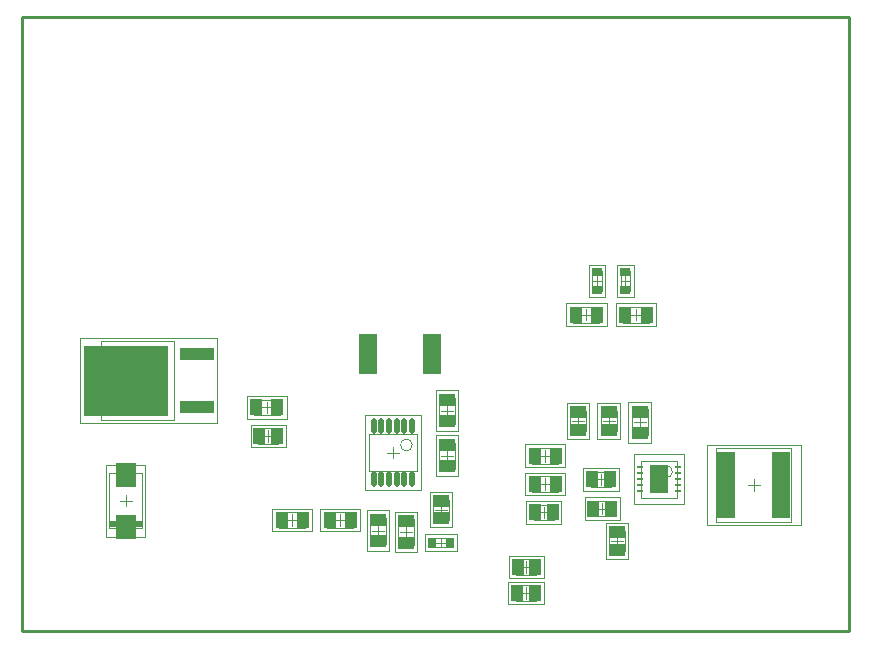
<source format=gtp>
G04*
G04 #@! TF.GenerationSoftware,Altium Limited,Altium Designer,18.1.11 (251)*
G04*
G04 Layer_Color=8421504*
%FSLAX25Y25*%
%MOIN*%
G70*
G01*
G75*
%ADD13C,0.00394*%
%ADD14C,0.01000*%
%ADD17R,0.10984X0.02436*%
%ADD18C,0.00197*%
%ADD19R,0.06299X0.22441*%
%ADD20R,0.07087X0.08268*%
%ADD21R,0.04331X0.05315*%
%ADD22O,0.01968X0.05315*%
%ADD23R,0.03347X0.02559*%
%ADD24R,0.03937X0.05512*%
%ADD25R,0.05315X0.04331*%
%ADD26R,0.05512X0.03937*%
%ADD27R,0.02559X0.03347*%
%ADD28R,0.02165X0.00984*%
%ADD29R,0.06299X0.09449*%
%ADD30R,0.06299X0.13780*%
%ADD31R,0.28347X0.23819*%
%ADD32R,0.11811X0.03937*%
D13*
X129996Y62059D02*
G03*
X129996Y62059I-1969J0D01*
G01*
X216733Y53150D02*
G03*
X216733Y53150I-1969J0D01*
G01*
X256209Y36221D02*
Y61024D01*
X231406Y36221D02*
Y61024D01*
Y36221D02*
X256209D01*
X231406Y61024D02*
X256209D01*
X39992Y34445D02*
Y52555D01*
X29008Y34445D02*
Y52555D01*
X39992D01*
X29008Y34445D02*
X39992D01*
X77169Y71866D02*
X85831D01*
X77169Y77181D02*
X85831D01*
Y71866D02*
Y77181D01*
X77169Y71866D02*
Y77181D01*
X115429Y53398D02*
Y65602D01*
X131571Y53398D02*
Y65602D01*
X115429Y53398D02*
X131571D01*
X115429Y65602D02*
X131571D01*
X202647Y113362D02*
Y120055D01*
X199497Y113362D02*
Y120055D01*
X202647D01*
X199497Y113362D02*
X202647D01*
X193147D02*
Y120055D01*
X189997Y113362D02*
Y120055D01*
X193147D01*
X189997Y113362D02*
X193147D01*
X183741Y108158D02*
X192403D01*
X183741Y102842D02*
X192403D01*
X183741D02*
Y108158D01*
X192403Y102842D02*
Y108158D01*
X200241Y102842D02*
X208903D01*
X200241Y108158D02*
X208903D01*
Y102842D02*
Y108158D01*
X200241Y102842D02*
Y108158D01*
X171299Y10063D02*
Y15378D01*
X164606Y10063D02*
Y15378D01*
Y10063D02*
X171299D01*
X164606Y15378D02*
X171299D01*
X203150Y65197D02*
Y73859D01*
X208465Y65197D02*
Y73859D01*
X203150Y65197D02*
X208465D01*
X203150Y73859D02*
X208465D01*
X192828Y66681D02*
X198143D01*
X192828Y73374D02*
X198143D01*
X192828Y66681D02*
Y73374D01*
X198143Y66681D02*
Y73374D01*
X182650Y66681D02*
X187965D01*
X182650Y73374D02*
X187965D01*
X182650Y66681D02*
Y73374D01*
X187965Y66681D02*
Y73374D01*
X170461Y36870D02*
Y42185D01*
X177154Y36870D02*
Y42185D01*
X170461D02*
X177154D01*
X170461Y36870D02*
X177154D01*
X169977Y46370D02*
X178638D01*
X169977Y51685D02*
X178638D01*
Y46370D02*
Y51685D01*
X169977Y46370D02*
Y51685D01*
X170020Y61116D02*
X178681D01*
X170020Y55801D02*
X178681D01*
X170020D02*
Y61116D01*
X178681Y55801D02*
Y61116D01*
X190008Y38192D02*
Y43507D01*
X196701Y38192D02*
Y43507D01*
X190008D02*
X196701D01*
X190008Y38192D02*
X196701D01*
X195650Y26660D02*
X200965D01*
X195650Y33353D02*
X200965D01*
X195650Y26660D02*
Y33353D01*
X200965Y26660D02*
Y33353D01*
X189508Y47870D02*
Y53185D01*
X196201Y47870D02*
Y53185D01*
X189508D02*
X196201D01*
X189508Y47870D02*
X196201D01*
X138842Y54169D02*
Y62831D01*
X144158Y54169D02*
Y62831D01*
X138842Y54169D02*
X144158D01*
X138842Y62831D02*
X144158D01*
X138842Y69169D02*
Y77831D01*
X144158Y69169D02*
Y77831D01*
X138842Y69169D02*
X144158D01*
X138842Y77831D02*
X144158D01*
X85669Y39701D02*
X94331D01*
X85669Y34386D02*
X94331D01*
X85669D02*
Y39701D01*
X94331Y34386D02*
Y39701D01*
X101669Y34386D02*
X110331D01*
X101669Y39701D02*
X110331D01*
Y34386D02*
Y39701D01*
X101669Y34386D02*
Y39701D01*
X136843Y43846D02*
X142157D01*
X136843Y37154D02*
X142157D01*
Y43846D01*
X136843Y37154D02*
Y43846D01*
X136153Y27925D02*
X142847D01*
X136153Y31075D02*
X142847D01*
Y27925D02*
Y31075D01*
X136153Y27925D02*
Y31075D01*
X121158Y29169D02*
Y37831D01*
X115842Y29169D02*
Y37831D01*
X121158D01*
X115842Y29169D02*
X121158D01*
X125343Y28669D02*
Y37331D01*
X130657Y28669D02*
Y37331D01*
X125343Y28669D02*
X130657D01*
X125343Y37331D02*
X130657D01*
X171394Y18741D02*
Y24056D01*
X164701Y18741D02*
Y24056D01*
Y18741D02*
X171394D01*
X164701Y24056D02*
X171394D01*
X206103Y56693D02*
X218307D01*
X206103Y44488D02*
X218307D01*
Y56693D01*
X206103Y44488D02*
Y56693D01*
X78654Y62343D02*
X85347D01*
X78654Y67658D02*
X85347D01*
Y62343D02*
Y67658D01*
X78654Y62343D02*
Y67658D01*
X26153Y96787D02*
X50642D01*
X26153Y70213D02*
X50642D01*
X26153D02*
Y96787D01*
X50642Y70213D02*
Y96787D01*
X241839Y48622D02*
X245776D01*
X243807Y46654D02*
Y50591D01*
X32531Y43500D02*
X36468D01*
X34500Y41532D02*
Y45469D01*
X81500Y72555D02*
Y76492D01*
X79532Y74524D02*
X83469D01*
X121531Y59500D02*
X125469D01*
X123500Y57531D02*
Y61468D01*
X199497Y116709D02*
X202647D01*
X201072Y115134D02*
Y118283D01*
X189997Y116709D02*
X193147D01*
X191572Y115134D02*
Y118283D01*
X188072Y103532D02*
Y107468D01*
X186103Y105500D02*
X190040D01*
X204572Y103532D02*
Y107468D01*
X202603Y105500D02*
X206540D01*
X165984Y12720D02*
X169921D01*
X167953Y10752D02*
Y14689D01*
X203839Y69528D02*
X207776D01*
X205807Y67559D02*
Y71496D01*
X195485Y68059D02*
Y71996D01*
X193517Y70028D02*
X197454D01*
X185307Y68059D02*
Y71996D01*
X183339Y70028D02*
X187276D01*
X171839Y39528D02*
X175776D01*
X173807Y37559D02*
Y41496D01*
X174307Y47059D02*
Y50996D01*
X172339Y49028D02*
X176276D01*
X174351Y56490D02*
Y60427D01*
X172382Y58459D02*
X176319D01*
X191386Y40850D02*
X195323D01*
X193355Y38881D02*
Y42818D01*
X198307Y28038D02*
Y31975D01*
X196339Y30006D02*
X200276D01*
X190886Y50528D02*
X194823D01*
X192855Y48559D02*
Y52496D01*
X139532Y58500D02*
X143468D01*
X141500Y56532D02*
Y60469D01*
X139532Y73500D02*
X143468D01*
X141500Y71531D02*
Y75468D01*
X90000Y35075D02*
Y39012D01*
X88032Y37043D02*
X91969D01*
X106000Y35075D02*
Y39012D01*
X104032Y37043D02*
X107968D01*
X139500Y38532D02*
Y42469D01*
X137531Y40500D02*
X141469D01*
X139500Y27925D02*
Y31075D01*
X137925Y29500D02*
X141075D01*
X116532Y33500D02*
X120468D01*
X118500Y31532D02*
Y35469D01*
X126031Y33000D02*
X129969D01*
X128000Y31032D02*
Y34969D01*
X166079Y21399D02*
X170016D01*
X168047Y19430D02*
Y23367D01*
X212205Y48622D02*
Y52559D01*
X210237Y50591D02*
X214174D01*
X82000Y63032D02*
Y66969D01*
X80032Y65000D02*
X83969D01*
X42177Y81532D02*
Y85469D01*
X40209Y83500D02*
X44146D01*
D14*
X0Y0D02*
Y204724D01*
Y0D02*
X275590D01*
Y204724D01*
X0D02*
X275590D01*
D17*
X34500Y35663D02*
D03*
D18*
X259457Y35237D02*
Y62008D01*
X228158Y35237D02*
Y62008D01*
Y35237D02*
X259457D01*
X228158Y62008D02*
X259457D01*
X40996Y31492D02*
Y55508D01*
X28004Y31492D02*
Y55508D01*
X40996D01*
X28004Y31492D02*
X40996D01*
X74807Y70784D02*
X88193D01*
X74807Y78264D02*
X88193D01*
Y70784D02*
Y78264D01*
X74807Y70784D02*
Y78264D01*
X114248Y47098D02*
Y71902D01*
X132752Y47098D02*
Y71902D01*
X114248Y47098D02*
X132752D01*
X114248Y71902D02*
X132752D01*
X203828Y111394D02*
Y122024D01*
X198316Y111394D02*
Y122024D01*
X203828D01*
X198316Y111394D02*
X203828D01*
X194328D02*
Y122024D01*
X188816Y111394D02*
Y122024D01*
X194328D01*
X188816Y111394D02*
X194328D01*
X181379Y109240D02*
X194765D01*
X181379Y101760D02*
X194765D01*
X181379D02*
Y109240D01*
X194765Y101760D02*
Y109240D01*
X197879Y101760D02*
X211265D01*
X197879Y109240D02*
X211265D01*
Y101760D02*
Y109240D01*
X197879Y101760D02*
Y109240D01*
X173858Y8980D02*
Y16461D01*
X162047Y8980D02*
Y16461D01*
Y8980D02*
X173858D01*
X162047Y16461D02*
X173858D01*
X202067Y62835D02*
Y76221D01*
X209547Y62835D02*
Y76221D01*
X202067Y62835D02*
X209547D01*
X202067Y76221D02*
X209547D01*
X191745Y64122D02*
X199226D01*
X191745Y75933D02*
X199226D01*
X191745Y64122D02*
Y75933D01*
X199226Y64122D02*
Y75933D01*
X181567Y64122D02*
X189048D01*
X181567Y75933D02*
X189048D01*
X181567Y64122D02*
Y75933D01*
X189048Y64122D02*
Y75933D01*
X167902Y35788D02*
Y43268D01*
X179713Y35788D02*
Y43268D01*
X167902D02*
X179713D01*
X167902Y35788D02*
X179713D01*
X167614Y45288D02*
X181000D01*
X167614Y52768D02*
X181000D01*
Y45288D02*
Y52768D01*
X167614Y45288D02*
Y52768D01*
X167658Y62199D02*
X181044D01*
X167658Y54719D02*
X181044D01*
X167658D02*
Y62199D01*
X181044Y54719D02*
Y62199D01*
X187449Y37110D02*
Y44590D01*
X199260Y37110D02*
Y44590D01*
X187449D02*
X199260D01*
X187449Y37110D02*
X199260D01*
X194567Y24101D02*
X202047D01*
X194567Y35912D02*
X202047D01*
X194567Y24101D02*
Y35912D01*
X202047Y24101D02*
Y35912D01*
X186949Y46788D02*
Y54268D01*
X198760Y46788D02*
Y54268D01*
X186949D02*
X198760D01*
X186949Y46788D02*
X198760D01*
X137760Y51807D02*
Y65193D01*
X145240Y51807D02*
Y65193D01*
X137760Y51807D02*
X145240D01*
X137760Y65193D02*
X145240D01*
X137760Y66807D02*
Y80193D01*
X145240Y66807D02*
Y80193D01*
X137760Y66807D02*
X145240D01*
X137760Y80193D02*
X145240D01*
X83307Y40784D02*
X96693D01*
X83307Y33303D02*
X96693D01*
X83307D02*
Y40784D01*
X96693Y33303D02*
Y40784D01*
X99307Y33303D02*
X112693D01*
X99307Y40784D02*
X112693D01*
Y33303D02*
Y40784D01*
X99307Y33303D02*
Y40784D01*
X135760Y46406D02*
X143240D01*
X135760Y34595D02*
X143240D01*
Y46406D01*
X135760Y34595D02*
Y46406D01*
X134185Y26744D02*
X144815D01*
X134185Y32256D02*
X144815D01*
Y26744D02*
Y32256D01*
X134185Y26744D02*
Y32256D01*
X122240Y26807D02*
Y40193D01*
X114760Y26807D02*
Y40193D01*
X122240D01*
X114760Y26807D02*
X122240D01*
X124260Y26307D02*
Y39693D01*
X131740Y26307D02*
Y39693D01*
X124260Y26307D02*
X131740D01*
X124260Y39693D02*
X131740D01*
X173953Y17659D02*
Y25139D01*
X162142Y17659D02*
Y25139D01*
Y17659D02*
X173953D01*
X162142Y25139D02*
X173953D01*
X203937Y58859D02*
X220473D01*
X203937Y42323D02*
X220473D01*
Y58859D01*
X203937Y42323D02*
Y58859D01*
X76095Y61260D02*
X87906D01*
X76095Y68740D02*
X87906D01*
Y61260D02*
Y68740D01*
X76095Y61260D02*
Y68740D01*
X19342Y97772D02*
X65012D01*
X19342Y69228D02*
X65012D01*
X19342D02*
Y97772D01*
X65012Y69228D02*
Y97772D01*
D19*
X253059Y48622D02*
D03*
X234555D02*
D03*
D20*
X34500Y52161D02*
D03*
Y34839D02*
D03*
D21*
X85043Y74524D02*
D03*
X77957D02*
D03*
X184529Y105500D02*
D03*
X191615D02*
D03*
X208115D02*
D03*
X201029D02*
D03*
X177851Y49028D02*
D03*
X170764D02*
D03*
X170807Y58459D02*
D03*
X177894D02*
D03*
X86457Y37043D02*
D03*
X93543D02*
D03*
X109543D02*
D03*
X102457D02*
D03*
D22*
X117102Y50740D02*
D03*
X119661D02*
D03*
X122221D02*
D03*
X124779D02*
D03*
X127339D02*
D03*
X129898D02*
D03*
X117102Y68260D02*
D03*
X119661D02*
D03*
X122221D02*
D03*
X124779D02*
D03*
X127339D02*
D03*
X129898D02*
D03*
D23*
X201072Y119661D02*
D03*
Y113756D02*
D03*
X191572Y119661D02*
D03*
Y113756D02*
D03*
D24*
X170905Y12720D02*
D03*
X165000D02*
D03*
X170855Y39528D02*
D03*
X176760D02*
D03*
X190402Y40850D02*
D03*
X196307D02*
D03*
X189902Y50528D02*
D03*
X195807D02*
D03*
X171000Y21399D02*
D03*
X165094D02*
D03*
X84953Y65000D02*
D03*
X79047D02*
D03*
D25*
X205807Y65985D02*
D03*
Y73071D02*
D03*
X141500Y54957D02*
D03*
Y62043D02*
D03*
Y69957D02*
D03*
Y77043D02*
D03*
X118500Y37043D02*
D03*
Y29957D02*
D03*
X128000Y29457D02*
D03*
Y36543D02*
D03*
D26*
X195485Y67075D02*
D03*
Y72981D02*
D03*
X185307Y67075D02*
D03*
Y72981D02*
D03*
X198307Y27053D02*
D03*
Y32959D02*
D03*
X139500Y43453D02*
D03*
Y37547D02*
D03*
D27*
X142453Y29500D02*
D03*
X136547D02*
D03*
D28*
X205807Y54528D02*
D03*
Y52559D02*
D03*
Y50591D02*
D03*
Y48622D02*
D03*
Y46654D02*
D03*
X218603D02*
D03*
Y48622D02*
D03*
Y50591D02*
D03*
Y52559D02*
D03*
Y54528D02*
D03*
D29*
X212107Y50591D02*
D03*
D30*
X136630Y92500D02*
D03*
X115370D02*
D03*
D31*
X34500Y83500D02*
D03*
D32*
X58319Y92476D02*
D03*
Y74524D02*
D03*
M02*

</source>
